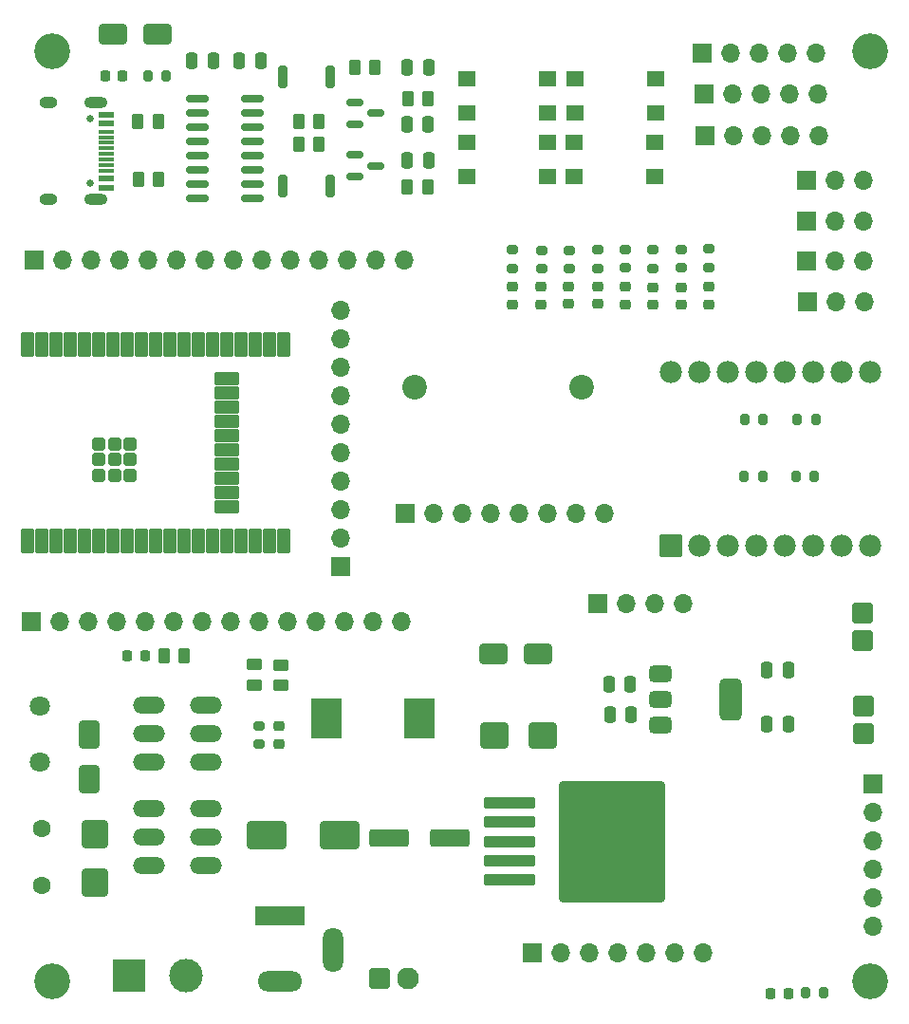
<source format=gbr>
%TF.GenerationSoftware,KiCad,Pcbnew,8.0.2*%
%TF.CreationDate,2025-02-27T03:45:28+05:30*%
%TF.ProjectId,sra_dev_board_2024(CH340C),7372615f-6465-4765-9f62-6f6172645f32,rev?*%
%TF.SameCoordinates,Original*%
%TF.FileFunction,Soldermask,Top*%
%TF.FilePolarity,Negative*%
%FSLAX46Y46*%
G04 Gerber Fmt 4.6, Leading zero omitted, Abs format (unit mm)*
G04 Created by KiCad (PCBNEW 8.0.2) date 2025-02-27 03:45:28*
%MOMM*%
%LPD*%
G01*
G04 APERTURE LIST*
G04 Aperture macros list*
%AMRoundRect*
0 Rectangle with rounded corners*
0 $1 Rounding radius*
0 $2 $3 $4 $5 $6 $7 $8 $9 X,Y pos of 4 corners*
0 Add a 4 corners polygon primitive as box body*
4,1,4,$2,$3,$4,$5,$6,$7,$8,$9,$2,$3,0*
0 Add four circle primitives for the rounded corners*
1,1,$1+$1,$2,$3*
1,1,$1+$1,$4,$5*
1,1,$1+$1,$6,$7*
1,1,$1+$1,$8,$9*
0 Add four rect primitives between the rounded corners*
20,1,$1+$1,$2,$3,$4,$5,0*
20,1,$1+$1,$4,$5,$6,$7,0*
20,1,$1+$1,$6,$7,$8,$9,0*
20,1,$1+$1,$8,$9,$2,$3,0*%
G04 Aperture macros list end*
%ADD10R,1.700000X1.700000*%
%ADD11O,1.700000X1.700000*%
%ADD12RoundRect,0.250000X-0.262500X-0.450000X0.262500X-0.450000X0.262500X0.450000X-0.262500X0.450000X0*%
%ADD13RoundRect,0.250000X0.450000X-0.262500X0.450000X0.262500X-0.450000X0.262500X-0.450000X-0.262500X0*%
%ADD14RoundRect,0.218750X-0.256250X0.218750X-0.256250X-0.218750X0.256250X-0.218750X0.256250X0.218750X0*%
%ADD15RoundRect,0.250000X0.250000X0.475000X-0.250000X0.475000X-0.250000X-0.475000X0.250000X-0.475000X0*%
%ADD16R,1.600000X1.400000*%
%ADD17C,1.800000*%
%ADD18RoundRect,0.102000X0.450000X-1.000000X0.450000X1.000000X-0.450000X1.000000X-0.450000X-1.000000X0*%
%ADD19RoundRect,0.200000X-0.200000X-0.275000X0.200000X-0.275000X0.200000X0.275000X-0.200000X0.275000X0*%
%ADD20RoundRect,0.250000X-1.000000X-0.650000X1.000000X-0.650000X1.000000X0.650000X-1.000000X0.650000X0*%
%ADD21RoundRect,0.200000X0.275000X-0.200000X0.275000X0.200000X-0.275000X0.200000X-0.275000X-0.200000X0*%
%ADD22RoundRect,0.250000X-0.250000X-0.475000X0.250000X-0.475000X0.250000X0.475000X-0.250000X0.475000X0*%
%ADD23RoundRect,0.250000X-1.000000X-0.900000X1.000000X-0.900000X1.000000X0.900000X-1.000000X0.900000X0*%
%ADD24RoundRect,0.250000X-2.050000X-0.300000X2.050000X-0.300000X2.050000X0.300000X-2.050000X0.300000X0*%
%ADD25RoundRect,0.250002X-4.449998X-5.149998X4.449998X-5.149998X4.449998X5.149998X-4.449998X5.149998X0*%
%ADD26RoundRect,0.218750X0.218750X0.256250X-0.218750X0.256250X-0.218750X-0.256250X0.218750X-0.256250X0*%
%ADD27R,4.400000X1.800000*%
%ADD28O,4.000000X1.800000*%
%ADD29O,1.800000X4.000000*%
%ADD30C,3.200000*%
%ADD31RoundRect,0.102000X0.787500X-0.787500X0.787500X0.787500X-0.787500X0.787500X-0.787500X-0.787500X0*%
%ADD32RoundRect,0.150000X-0.825000X-0.150000X0.825000X-0.150000X0.825000X0.150000X-0.825000X0.150000X0*%
%ADD33RoundRect,0.150000X-0.587500X-0.150000X0.587500X-0.150000X0.587500X0.150000X-0.587500X0.150000X0*%
%ADD34RoundRect,0.102000X-0.787500X-0.787500X0.787500X-0.787500X0.787500X0.787500X-0.787500X0.787500X0*%
%ADD35C,1.954000*%
%ADD36RoundRect,0.200000X-0.200000X-0.800000X0.200000X-0.800000X0.200000X0.800000X-0.200000X0.800000X0*%
%ADD37RoundRect,0.250000X1.000000X0.650000X-1.000000X0.650000X-1.000000X-0.650000X1.000000X-0.650000X0*%
%ADD38O,2.844800X1.524000*%
%ADD39RoundRect,0.250000X0.650000X-1.000000X0.650000X1.000000X-0.650000X1.000000X-0.650000X-1.000000X0*%
%ADD40C,0.650000*%
%ADD41R,1.450000X0.600000*%
%ADD42R,1.450000X0.300000*%
%ADD43O,2.100000X1.000000*%
%ADD44O,1.600000X1.000000*%
%ADD45R,2.700000X3.600000*%
%ADD46RoundRect,0.200000X0.200000X0.800000X-0.200000X0.800000X-0.200000X-0.800000X0.200000X-0.800000X0*%
%ADD47RoundRect,0.102000X1.000000X-0.450000X1.000000X0.450000X-1.000000X0.450000X-1.000000X-0.450000X0*%
%ADD48RoundRect,0.102000X0.450000X-0.450000X0.450000X0.450000X-0.450000X0.450000X-0.450000X-0.450000X0*%
%ADD49RoundRect,0.250000X-1.500000X-0.550000X1.500000X-0.550000X1.500000X0.550000X-1.500000X0.550000X0*%
%ADD50RoundRect,0.250000X-0.900000X1.000000X-0.900000X-1.000000X0.900000X-1.000000X0.900000X1.000000X0*%
%ADD51RoundRect,0.250000X-1.500000X-1.000000X1.500000X-1.000000X1.500000X1.000000X-1.500000X1.000000X0*%
%ADD52R,3.000000X3.000000*%
%ADD53C,3.000000*%
%ADD54C,2.200000*%
%ADD55RoundRect,0.218750X0.256250X-0.218750X0.256250X0.218750X-0.256250X0.218750X-0.256250X-0.218750X0*%
%ADD56C,1.600000*%
%ADD57RoundRect,0.101600X0.889000X-0.889000X0.889000X0.889000X-0.889000X0.889000X-0.889000X-0.889000X0*%
%ADD58C,1.981200*%
%ADD59RoundRect,0.375000X-0.625000X-0.375000X0.625000X-0.375000X0.625000X0.375000X-0.625000X0.375000X0*%
%ADD60RoundRect,0.500000X-0.500000X-1.400000X0.500000X-1.400000X0.500000X1.400000X-0.500000X1.400000X0*%
G04 APERTURE END LIST*
D10*
%TO.C,J19*%
X162640000Y-107820000D03*
D11*
X165180000Y-107820000D03*
X167720000Y-107820000D03*
X170260000Y-107820000D03*
%TD*%
D12*
%TO.C,R5*%
X140915000Y-59970000D03*
X142740000Y-59970000D03*
%TD*%
%TO.C,R3*%
X135907500Y-64760000D03*
X137732500Y-64760000D03*
%TD*%
D13*
%TO.C,R25*%
X134300000Y-115075000D03*
X134300000Y-113250000D03*
%TD*%
D14*
%TO.C,D4*%
X162570000Y-79487500D03*
X162570000Y-81062500D03*
%TD*%
D12*
%TO.C,R4*%
X145625000Y-70650000D03*
X147450000Y-70650000D03*
%TD*%
D15*
%TO.C,C5*%
X147490000Y-65010000D03*
X145590000Y-65010000D03*
%TD*%
D10*
%TO.C,J11*%
X172130000Y-62330000D03*
D11*
X174670000Y-62330000D03*
X177210000Y-62330000D03*
X179750000Y-62330000D03*
X182290000Y-62330000D03*
%TD*%
D16*
%TO.C,SW6*%
X160520000Y-69640000D03*
X167720000Y-69640000D03*
X160520000Y-66640000D03*
X167720000Y-66640000D03*
%TD*%
D17*
%TO.C,F1*%
X112840000Y-121955000D03*
X112840000Y-116905000D03*
%TD*%
D18*
%TO.C,*%
X132080000Y-102170000D03*
%TD*%
D19*
%TO.C,R8*%
X175675000Y-96440000D03*
X177325000Y-96440000D03*
%TD*%
%TO.C,R23*%
X181115000Y-142517500D03*
X182765000Y-142517500D03*
%TD*%
D14*
%TO.C,D5*%
X165030000Y-79505000D03*
X165030000Y-81080000D03*
%TD*%
D20*
%TO.C,D14*%
X153310000Y-112290000D03*
X157310000Y-112290000D03*
%TD*%
D18*
%TO.C,*%
X132070000Y-84690000D03*
%TD*%
D12*
%TO.C,R20*%
X123887500Y-112400000D03*
X125712500Y-112400000D03*
%TD*%
D21*
%TO.C,R21*%
X132340000Y-120347500D03*
X132340000Y-118697500D03*
%TD*%
D22*
%TO.C,C1*%
X145620000Y-59980000D03*
X147520000Y-59980000D03*
%TD*%
D23*
%TO.C,D15*%
X153352500Y-119572500D03*
X157652500Y-119572500D03*
%TD*%
D24*
%TO.C,U4*%
X154715000Y-125590000D03*
X154715000Y-127290000D03*
X154715000Y-128990000D03*
D25*
X163865000Y-128990000D03*
D24*
X154715000Y-130690000D03*
X154715000Y-132390000D03*
%TD*%
D26*
%TO.C,D12*%
X179597500Y-142540000D03*
X178022500Y-142540000D03*
%TD*%
D27*
%TO.C,J5*%
X134210000Y-135650000D03*
D28*
X134210000Y-141450000D03*
D29*
X139010000Y-138650000D03*
%TD*%
D26*
%TO.C,D9*%
X122187500Y-112400000D03*
X120612500Y-112400000D03*
%TD*%
D12*
%TO.C,R1*%
X145657500Y-62760000D03*
X147482500Y-62760000D03*
%TD*%
D26*
%TO.C,D11*%
X120227500Y-60690000D03*
X118652500Y-60690000D03*
%TD*%
D30*
%TO.C,H4*%
X186880000Y-58510000D03*
%TD*%
%TO.C,H1*%
X113880000Y-58510000D03*
%TD*%
D21*
%TO.C,R16*%
X165080000Y-77845000D03*
X165080000Y-76195000D03*
%TD*%
D31*
%TO.C,J18*%
X186200000Y-111100000D03*
X186200000Y-108600000D03*
%TD*%
D10*
%TO.C,J1*%
X112100000Y-109390000D03*
D11*
X114640000Y-109390000D03*
X117180000Y-109390000D03*
X119720000Y-109390000D03*
X122260000Y-109390000D03*
X124800000Y-109390000D03*
X127340000Y-109390000D03*
X129880000Y-109390000D03*
X132420000Y-109390000D03*
X134960000Y-109390000D03*
X137500000Y-109390000D03*
X140040000Y-109390000D03*
X142580000Y-109390000D03*
X145120000Y-109390000D03*
%TD*%
D15*
%TO.C,C3*%
X132530000Y-59340000D03*
X130630000Y-59340000D03*
%TD*%
D18*
%TO.C,*%
X133350000Y-102170000D03*
%TD*%
%TO.C,*%
X130810000Y-102170000D03*
%TD*%
%TO.C,*%
X129540000Y-102170000D03*
%TD*%
D22*
%TO.C,C11*%
X177690000Y-118570000D03*
X179590000Y-118570000D03*
%TD*%
D15*
%TO.C,C2*%
X128280000Y-59330000D03*
X126380000Y-59330000D03*
%TD*%
D32*
%TO.C,U2*%
X126840000Y-62750000D03*
X126840000Y-64020000D03*
X126840000Y-65290000D03*
X126840000Y-66560000D03*
X126840000Y-67830000D03*
X126840000Y-69100000D03*
X126840000Y-70370000D03*
X126840000Y-71640000D03*
X131790000Y-71640000D03*
X131790000Y-70370000D03*
X131790000Y-69100000D03*
X131790000Y-67830000D03*
X131790000Y-66560000D03*
X131790000Y-65290000D03*
X131790000Y-64020000D03*
X131790000Y-62750000D03*
%TD*%
D21*
%TO.C,R18*%
X170050000Y-77810000D03*
X170050000Y-76160000D03*
%TD*%
D15*
%TO.C,C9*%
X165520000Y-114990000D03*
X163620000Y-114990000D03*
%TD*%
D18*
%TO.C,*%
X129530000Y-84690000D03*
%TD*%
D10*
%TO.C,J8*%
X181260000Y-77230000D03*
D11*
X183800000Y-77230000D03*
X186340000Y-77230000D03*
%TD*%
D10*
%TO.C,J15*%
X156805000Y-138950000D03*
D11*
X159345000Y-138950000D03*
X161885000Y-138950000D03*
X164425000Y-138950000D03*
X166965000Y-138950000D03*
X169505000Y-138950000D03*
X172045000Y-138950000D03*
%TD*%
D14*
%TO.C,D2*%
X157530000Y-79492500D03*
X157530000Y-81067500D03*
%TD*%
D33*
%TO.C,Q2*%
X140942500Y-67757500D03*
X140942500Y-69657500D03*
X142817500Y-68707500D03*
%TD*%
D12*
%TO.C,R7*%
X121607500Y-69970000D03*
X123432500Y-69970000D03*
%TD*%
D34*
%TO.C,J13*%
X143160000Y-141240000D03*
D35*
X145660000Y-141240000D03*
%TD*%
D10*
%TO.C,J2*%
X112350000Y-77140000D03*
D11*
X114890000Y-77140000D03*
X117430000Y-77140000D03*
X119970000Y-77140000D03*
X122510000Y-77140000D03*
X125050000Y-77140000D03*
X127590000Y-77140000D03*
X130130000Y-77140000D03*
X132670000Y-77140000D03*
X135210000Y-77140000D03*
X137750000Y-77140000D03*
X140290000Y-77140000D03*
X142830000Y-77140000D03*
X145370000Y-77140000D03*
%TD*%
D18*
%TO.C,*%
X134620000Y-102170000D03*
%TD*%
D22*
%TO.C,C10*%
X177710000Y-113740000D03*
X179610000Y-113740000D03*
%TD*%
D10*
%TO.C,J12*%
X171960000Y-58670000D03*
D11*
X174500000Y-58670000D03*
X177040000Y-58670000D03*
X179580000Y-58670000D03*
X182120000Y-58670000D03*
%TD*%
D30*
%TO.C,H3*%
X186880000Y-141510000D03*
%TD*%
D13*
%TO.C,R24*%
X131980000Y-115052500D03*
X131980000Y-113227500D03*
%TD*%
D30*
%TO.C,H2*%
X113880000Y-141510000D03*
%TD*%
D18*
%TO.C,*%
X134610000Y-84690000D03*
%TD*%
%TO.C,*%
X130800000Y-84690000D03*
%TD*%
D36*
%TO.C,SW8*%
X134500000Y-60830000D03*
X138700000Y-60830000D03*
%TD*%
D37*
%TO.C,D13*%
X123327500Y-56970000D03*
X119327500Y-56970000D03*
%TD*%
D12*
%TO.C,R6*%
X121567500Y-64790000D03*
X123392500Y-64790000D03*
%TD*%
D38*
%TO.C,SW2*%
X122590000Y-131180000D03*
X122590000Y-128640000D03*
X122590000Y-126100000D03*
X127670000Y-131180000D03*
X127670000Y-128640000D03*
X127670000Y-126100000D03*
%TD*%
D10*
%TO.C,J10*%
X172140000Y-66000000D03*
D11*
X174680000Y-66000000D03*
X177220000Y-66000000D03*
X179760000Y-66000000D03*
X182300000Y-66000000D03*
%TD*%
D10*
%TO.C,J9*%
X181255000Y-70020000D03*
D11*
X183795000Y-70020000D03*
X186335000Y-70020000D03*
%TD*%
D14*
%TO.C,D1*%
X155020000Y-79527500D03*
X155020000Y-81102500D03*
%TD*%
%TO.C,D6*%
X167490000Y-79575000D03*
X167490000Y-81150000D03*
%TD*%
D16*
%TO.C,SW4*%
X150960000Y-69670000D03*
X158160000Y-69670000D03*
X150960000Y-66670000D03*
X158160000Y-66670000D03*
%TD*%
D10*
%TO.C,J3*%
X139680000Y-104510000D03*
D11*
X139680000Y-101970000D03*
X139680000Y-99430000D03*
X139680000Y-96890000D03*
X139680000Y-94350000D03*
X139680000Y-91810000D03*
X139680000Y-89270000D03*
X139680000Y-86730000D03*
X139680000Y-84190000D03*
X139680000Y-81650000D03*
%TD*%
D19*
%TO.C,R22*%
X122435000Y-60690000D03*
X124085000Y-60690000D03*
%TD*%
D16*
%TO.C,SW5*%
X160550000Y-63990000D03*
X167750000Y-63990000D03*
X160550000Y-60990000D03*
X167750000Y-60990000D03*
%TD*%
D18*
%TO.C,*%
X133340000Y-84690000D03*
%TD*%
D39*
%TO.C,D17*%
X117200000Y-123430000D03*
X117200000Y-119430000D03*
%TD*%
D10*
%TO.C,J7*%
X181280000Y-80880000D03*
D11*
X183820000Y-80880000D03*
X186360000Y-80880000D03*
%TD*%
D14*
%TO.C,D3*%
X159980000Y-79487500D03*
X159980000Y-81062500D03*
%TD*%
D40*
%TO.C,J20*%
X117270000Y-64530000D03*
X117270000Y-70310000D03*
D41*
X118715000Y-64170000D03*
X118715000Y-64970000D03*
D42*
X118715000Y-66170000D03*
X118715000Y-67170000D03*
X118715000Y-67670000D03*
X118715000Y-68670000D03*
D41*
X118715000Y-69870000D03*
X118715000Y-70670000D03*
X118715000Y-70670000D03*
X118715000Y-69870000D03*
D42*
X118715000Y-69170000D03*
X118715000Y-68170000D03*
X118715000Y-66670000D03*
X118715000Y-65670000D03*
D41*
X118715000Y-64970000D03*
X118715000Y-64170000D03*
D43*
X117800000Y-63100000D03*
D44*
X113620000Y-63100000D03*
D43*
X117800000Y-71740000D03*
D44*
X113620000Y-71740000D03*
%TD*%
D10*
%TO.C,J14*%
X187150000Y-123900000D03*
D11*
X187150000Y-126440000D03*
X187150000Y-128980000D03*
X187150000Y-131520000D03*
X187150000Y-134060000D03*
X187150000Y-136600000D03*
%TD*%
D21*
%TO.C,R12*%
X155020000Y-77885000D03*
X155020000Y-76235000D03*
%TD*%
D14*
%TO.C,D8*%
X172530000Y-79535000D03*
X172530000Y-81110000D03*
%TD*%
D15*
%TO.C,C8*%
X165570000Y-117687500D03*
X163670000Y-117687500D03*
%TD*%
D45*
%TO.C,L1*%
X146660000Y-118050000D03*
X138360000Y-118050000D03*
%TD*%
D46*
%TO.C,SW7*%
X138710000Y-70550000D03*
X134510000Y-70550000D03*
%TD*%
D16*
%TO.C,SW3*%
X150960000Y-63970000D03*
X158160000Y-63970000D03*
X150960000Y-60970000D03*
X158160000Y-60970000D03*
%TD*%
D12*
%TO.C,R2*%
X135907500Y-66840000D03*
X137732500Y-66840000D03*
%TD*%
D18*
%TO.C,U1*%
X111750000Y-102180000D03*
X113020000Y-102180000D03*
X114290000Y-102180000D03*
X115560000Y-102180000D03*
X116830000Y-102180000D03*
X118100000Y-102180000D03*
X119370000Y-102180000D03*
X120640000Y-102180000D03*
X121910000Y-102180000D03*
X123180000Y-102180000D03*
X124450000Y-102180000D03*
X125720000Y-102180000D03*
X126990000Y-102180000D03*
X128260000Y-102180000D03*
D47*
X129510000Y-99145000D03*
X129510000Y-97875000D03*
X129510000Y-96605000D03*
X129510000Y-95335000D03*
X129510000Y-94065000D03*
X129510000Y-92795000D03*
X129510000Y-91525000D03*
X129510000Y-90255000D03*
X129510000Y-88985000D03*
X129510000Y-87715000D03*
D18*
X128260000Y-84680000D03*
X126990000Y-84680000D03*
X125720000Y-84680000D03*
X124450000Y-84680000D03*
X123180000Y-84680000D03*
X121910000Y-84680000D03*
X120640000Y-84680000D03*
X119370000Y-84680000D03*
X118100000Y-84680000D03*
X116830000Y-84680000D03*
X115560000Y-84680000D03*
X114290000Y-84680000D03*
X113020000Y-84680000D03*
X111750000Y-84680000D03*
D48*
X118070000Y-93530000D03*
X119470000Y-93530000D03*
X120870000Y-93530000D03*
X118070000Y-94930000D03*
X119470000Y-94930000D03*
X120870000Y-94930000D03*
X118070000Y-96330000D03*
X119470000Y-96330000D03*
X120870000Y-96330000D03*
%TD*%
D31*
%TO.C,J17*%
X186270000Y-119400000D03*
X186270000Y-116900000D03*
%TD*%
D49*
%TO.C,C6*%
X143980000Y-128680000D03*
X149380000Y-128680000D03*
%TD*%
D50*
%TO.C,D16*%
X117720000Y-128360000D03*
X117720000Y-132660000D03*
%TD*%
D10*
%TO.C,J6*%
X181250000Y-73620000D03*
D11*
X183790000Y-73620000D03*
X186330000Y-73620000D03*
%TD*%
D21*
%TO.C,R14*%
X160090000Y-77900000D03*
X160090000Y-76250000D03*
%TD*%
%TO.C,R17*%
X167530000Y-77850000D03*
X167530000Y-76200000D03*
%TD*%
%TO.C,R13*%
X157580000Y-77900000D03*
X157580000Y-76250000D03*
%TD*%
D38*
%TO.C,SW1*%
X122570000Y-121910000D03*
X122570000Y-119370000D03*
X122570000Y-116830000D03*
X127650000Y-121910000D03*
X127650000Y-119370000D03*
X127650000Y-116830000D03*
%TD*%
D19*
%TO.C,R10*%
X180400000Y-91340000D03*
X182050000Y-91340000D03*
%TD*%
D51*
%TO.C,C7*%
X133082500Y-128460000D03*
X139582500Y-128460000D03*
%TD*%
D52*
%TO.C,J4*%
X120810000Y-140960000D03*
D53*
X125890000Y-140960000D03*
%TD*%
D21*
%TO.C,R19*%
X172500000Y-77775000D03*
X172500000Y-76125000D03*
%TD*%
D10*
%TO.C,J16*%
X145395000Y-99750000D03*
D11*
X147935000Y-99750000D03*
X150475000Y-99750000D03*
X153015000Y-99750000D03*
X155555000Y-99750000D03*
X158095000Y-99750000D03*
X160635000Y-99750000D03*
X163175000Y-99750000D03*
%TD*%
D54*
%TO.C,REF\u002A\u002A*%
X161200000Y-88500000D03*
%TD*%
D55*
%TO.C,D10*%
X134190000Y-120310000D03*
X134190000Y-118735000D03*
%TD*%
D56*
%TO.C,F2*%
X112970000Y-132935000D03*
X112970000Y-127885000D03*
%TD*%
D54*
%TO.C,REF\u002A\u002A*%
X146300000Y-88500000D03*
%TD*%
D33*
%TO.C,Q1*%
X140902500Y-63090000D03*
X140902500Y-64990000D03*
X142777500Y-64040000D03*
%TD*%
D21*
%TO.C,R15*%
X162590000Y-77890000D03*
X162590000Y-76240000D03*
%TD*%
D22*
%TO.C,C4*%
X145600000Y-68220000D03*
X147500000Y-68220000D03*
%TD*%
D57*
%TO.C,U3*%
X169140000Y-102604000D03*
D58*
X171680000Y-102604000D03*
X174220000Y-102604000D03*
X176760000Y-102604000D03*
X179300000Y-102604000D03*
X181840000Y-102604000D03*
X184380000Y-102604000D03*
X186920000Y-102604000D03*
X186920000Y-87110000D03*
X184380000Y-87110000D03*
X181840000Y-87110000D03*
X179300000Y-87110000D03*
X176760000Y-87110000D03*
X174220000Y-87110000D03*
X171680000Y-87110000D03*
X169140000Y-87110000D03*
%TD*%
D19*
%TO.C,R11*%
X180280000Y-96450000D03*
X181930000Y-96450000D03*
%TD*%
%TO.C,R9*%
X175700000Y-91350000D03*
X177350000Y-91350000D03*
%TD*%
D14*
%TO.C,D7*%
X170040000Y-79545000D03*
X170040000Y-81120000D03*
%TD*%
D59*
%TO.C,U5*%
X168180000Y-114017500D03*
X168180000Y-116317500D03*
D60*
X174480000Y-116317500D03*
D59*
X168180000Y-118617500D03*
%TD*%
M02*

</source>
